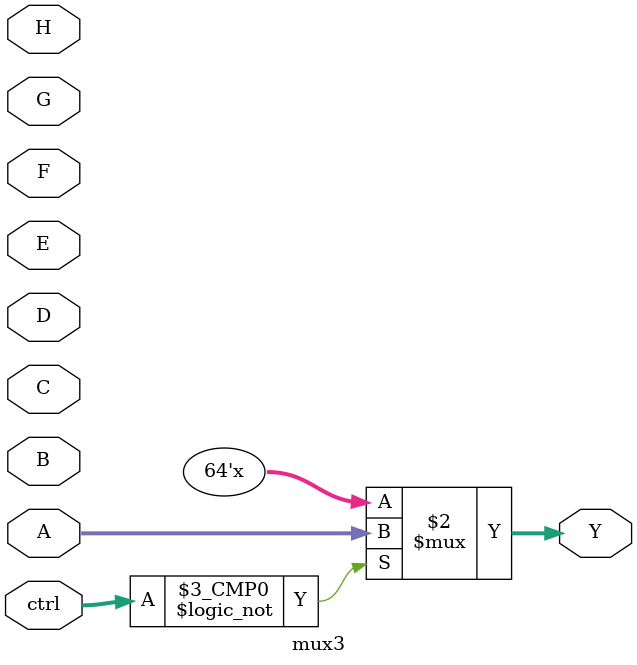
<source format=v>
`timescale 1ns / 1ps


module mux3(
    input  [63:0] A,
    input  [63:0] B,
    input  [63:0] C,
    input  [63:0] D,
    input  [63:0] E,
    input  [63:0] F,
    input  [63:0] G,
    input  [63:0] H,
    input  [2:0] ctrl,
    output reg [63:0] Y
    );
    
    always @(*) begin
        case (ctrl)
            3'b000: Y <= A;
            3'b000: Y <= B;
            3'b000: Y <= C;
            3'b000: Y <= D;
            3'b000: Y <= E;
            3'b000: Y <= F;
            3'b000: Y <= G;
            3'b000: Y <= H;
        endcase
    end
endmodule

</source>
